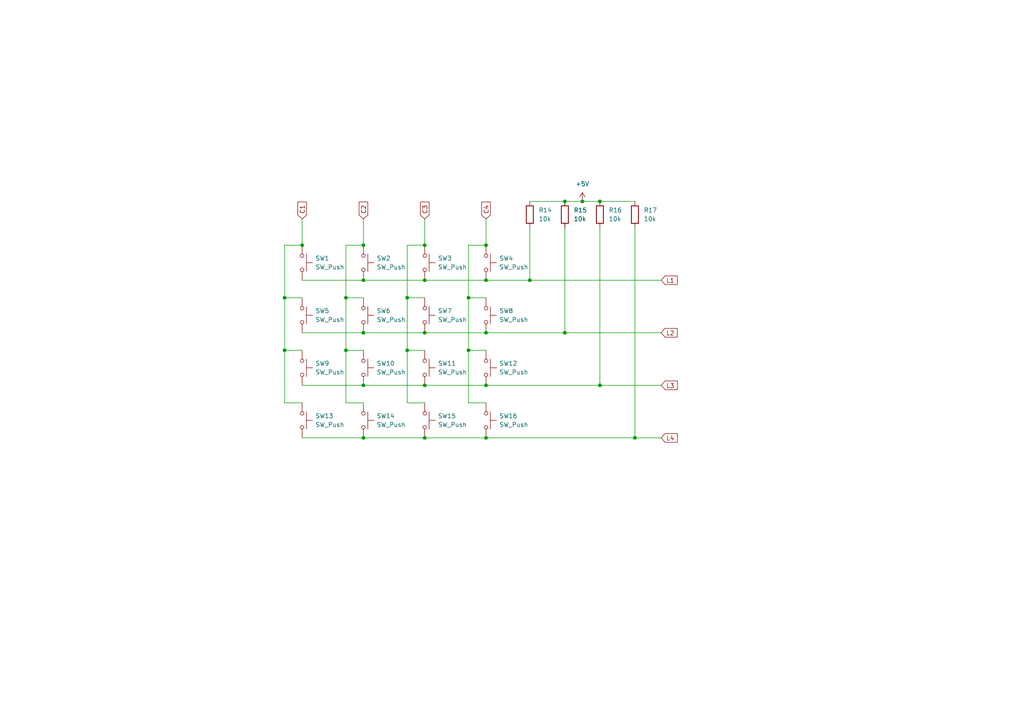
<source format=kicad_sch>
(kicad_sch (version 20231120) (generator "eeschema") (generator_version "8.0")
  (paper "A4")
  (lib_symbols
    (symbol "Device:R" (pin_numbers hide) (pin_names (offset 0))
      (property "Reference" "R" (at 2.032 0 90))
      (property "Value" "R" (at 0 0 90))
      (symbol "R_0_1"
        (rectangle (start -1.016 -2.54) (end 1.016 2.54) (stroke (width 0.254)))
      )
      (symbol "R_1_1"
        (pin passive line (at 0 3.81 270) (length 1.27) (name "~") (number "1"))
        (pin passive line (at 0 -3.81 90) (length 1.27) (name "~") (number "2"))
      )
    )
    (symbol "Switch:SW_Push" (pin_numbers hide) (pin_names (offset 1.016) hide)
      (property "Reference" "SW" (at 1.27 2.54 0))
      (property "Value" "SW_Push" (at 0 -1.524 0))
      (symbol "SW_Push_0_1"
        (circle (center -2.032 0) (radius 0.508))
        (polyline (pts (xy 0 1.27) (xy 0 3.048)))
        (polyline (pts (xy 2.54 1.27) (xy -2.54 1.27)))
        (circle (center 2.032 0) (radius 0.508))
        (pin passive line (at -5.08 0 0) (length 2.54) (name "1") (number "1"))
        (pin passive line (at 5.08 0 180) (length 2.54) (name "2") (number "2"))
      )
    )
    (symbol "power:+5V" (power) (pin_numbers hide) (pin_names (offset 0) hide)
      (property "Value" "+5V" (at 0 3.556 0))
      (symbol "+5V_0_1"
        (polyline (pts (xy -0.762 1.27) (xy 0 2.54)))
        (polyline (pts (xy 0 0) (xy 0 2.54)))
        (polyline (pts (xy 0 2.54) (xy 0.762 1.27)))
      )
      (symbol "+5V_1_1"
        (pin power_in line (at 0 0 90) (length 0) (name "~") (number "1"))
      )
    )
  )
  (junction (at 118.11 86.36))
  (junction (at 163.83 58.42))
  (junction (at 100.33 101.6))
  (junction (at 118.11 101.6))
  (junction (at 123.19 81.28))
  (junction (at 87.63 71.12))
  (junction (at 163.83 96.52))
  (junction (at 135.89 101.6))
  (junction (at 105.41 81.28))
  (junction (at 100.33 86.36))
  (junction (at 140.97 127))
  (junction (at 82.55 86.36))
  (junction (at 135.89 86.36))
  (junction (at 153.67 81.28))
  (junction (at 140.97 111.76))
  (junction (at 184.15 127))
  (junction (at 123.19 127))
  (junction (at 123.19 96.52))
  (junction (at 168.91 58.42))
  (junction (at 105.41 127))
  (junction (at 140.97 71.12))
  (junction (at 123.19 71.12))
  (junction (at 105.41 71.12))
  (junction (at 105.41 111.76))
  (junction (at 105.41 96.52))
  (junction (at 173.99 58.42))
  (junction (at 140.97 96.52))
  (junction (at 82.55 101.6))
  (junction (at 123.19 111.76))
  (junction (at 173.99 111.76))
  (junction (at 140.97 81.28))
  (wire (pts (xy 100.33 86.36) (xy 105.41 86.36)))
  (wire (pts (xy 163.83 58.42) (xy 168.91 58.42)))
  (wire (pts (xy 173.99 111.76) (xy 191.77 111.76)))
  (wire (pts (xy 140.97 86.36) (xy 135.89 86.36)))
  (wire (pts (xy 123.19 127) (xy 140.97 127)))
  (wire (pts (xy 123.19 96.52) (xy 140.97 96.52)))
  (wire (pts (xy 135.89 86.36) (xy 135.89 101.6)))
  (wire (pts (xy 82.55 86.36) (xy 87.63 86.36)))
  (wire (pts (xy 82.55 101.6) (xy 82.55 116.84)))
  (wire (pts (xy 163.83 66.04) (xy 163.83 96.52)))
  (wire (pts (xy 82.55 101.6) (xy 87.63 101.6)))
  (wire (pts (xy 163.83 96.52) (xy 191.77 96.52)))
  (wire (pts (xy 123.19 81.28) (xy 140.97 81.28)))
  (wire (pts (xy 123.19 63.5) (xy 123.19 71.12)))
  (wire (pts (xy 153.67 81.28) (xy 191.77 81.28)))
  (wire (pts (xy 82.55 86.36) (xy 82.55 101.6)))
  (wire (pts (xy 140.97 81.28) (xy 153.67 81.28)))
  (wire (pts (xy 135.89 71.12) (xy 135.89 86.36)))
  (wire (pts (xy 118.11 101.6) (xy 123.19 101.6)))
  (wire (pts (xy 123.19 111.76) (xy 140.97 111.76)))
  (wire (pts (xy 140.97 96.52) (xy 163.83 96.52)))
  (wire (pts (xy 184.15 66.04) (xy 184.15 127)))
  (wire (pts (xy 135.89 116.84) (xy 140.97 116.84)))
  (wire (pts (xy 140.97 127) (xy 184.15 127)))
  (wire (pts (xy 87.63 71.12) (xy 82.55 71.12)))
  (wire (pts (xy 140.97 63.5) (xy 140.97 71.12)))
  (wire (pts (xy 82.55 71.12) (xy 82.55 86.36)))
  (wire (pts (xy 100.33 116.84) (xy 105.41 116.84)))
  (wire (pts (xy 135.89 101.6) (xy 135.89 116.84)))
  (wire (pts (xy 105.41 96.52) (xy 123.19 96.52)))
  (wire (pts (xy 87.63 96.52) (xy 105.41 96.52)))
  (wire (pts (xy 87.63 127) (xy 105.41 127)))
  (wire (pts (xy 173.99 58.42) (xy 184.15 58.42)))
  (wire (pts (xy 100.33 101.6) (xy 105.41 101.6)))
  (wire (pts (xy 140.97 71.12) (xy 135.89 71.12)))
  (wire (pts (xy 105.41 111.76) (xy 123.19 111.76)))
  (wire (pts (xy 87.63 63.5) (xy 87.63 71.12)))
  (wire (pts (xy 153.67 66.04) (xy 153.67 81.28)))
  (wire (pts (xy 87.63 81.28) (xy 105.41 81.28)))
  (wire (pts (xy 105.41 63.5) (xy 105.41 71.12)))
  (wire (pts (xy 82.55 116.84) (xy 87.63 116.84)))
  (wire (pts (xy 105.41 71.12) (xy 100.33 71.12)))
  (wire (pts (xy 118.11 71.12) (xy 123.19 71.12)))
  (wire (pts (xy 100.33 101.6) (xy 100.33 116.84)))
  (wire (pts (xy 100.33 86.36) (xy 100.33 101.6)))
  (wire (pts (xy 100.33 71.12) (xy 100.33 86.36)))
  (wire (pts (xy 118.11 101.6) (xy 118.11 86.36)))
  (wire (pts (xy 135.89 101.6) (xy 140.97 101.6)))
  (wire (pts (xy 118.11 86.36) (xy 123.19 86.36)))
  (wire (pts (xy 105.41 127) (xy 123.19 127)))
  (wire (pts (xy 173.99 66.04) (xy 173.99 111.76)))
  (wire (pts (xy 123.19 116.84) (xy 118.11 116.84)))
  (wire (pts (xy 140.97 111.76) (xy 173.99 111.76)))
  (wire (pts (xy 87.63 111.76) (xy 105.41 111.76)))
  (wire (pts (xy 105.41 81.28) (xy 123.19 81.28)))
  (wire (pts (xy 184.15 127) (xy 191.77 127)))
  (wire (pts (xy 168.91 58.42) (xy 173.99 58.42)))
  (wire (pts (xy 118.11 86.36) (xy 118.11 71.12)))
  (wire (pts (xy 153.67 58.42) (xy 163.83 58.42)))
  (wire (pts (xy 118.11 116.84) (xy 118.11 101.6)))
  (global_label "C3" (shape input) (at 123.19 63.5 90) (property "Intersheetrefs" "${INTERSHEET_REFS}" (effects (hide yes))))
  (global_label "C4" (shape input) (at 140.97 63.5 90) (property "Intersheetrefs" "${INTERSHEET_REFS}" (effects (hide yes))))
  (global_label "C1" (shape input) (at 87.63 63.5 90) (property "Intersheetrefs" "${INTERSHEET_REFS}" (effects (hide yes))))
  (global_label "L4" (shape input) (at 191.77 127 0) (property "Intersheetrefs" "${INTERSHEET_REFS}" (effects (hide yes))))
  (global_label "L3" (shape input) (at 191.77 111.76 0) (property "Intersheetrefs" "${INTERSHEET_REFS}" (effects (hide yes))))
  (global_label "L1" (shape input) (at 191.77 81.28 0) (property "Intersheetrefs" "${INTERSHEET_REFS}" (effects (hide yes))))
  (global_label "C2" (shape input) (at 105.41 63.5 90) (property "Intersheetrefs" "${INTERSHEET_REFS}" (effects (hide yes))))
  (global_label "L2" (shape input) (at 191.77 96.52 0) (property "Intersheetrefs" "${INTERSHEET_REFS}" (effects (hide yes))))
  (symbol (lib_id "Switch:SW_Push") (at 140.97 121.92 270) (unit 1)
    (property "Reference" "SW16" (at 144.78 120.6499 90) (effects (justify left)))
    (property "Value" "SW_Push" (at 144.78 123.1899 90) (effects (justify left)))
    (property "Footprint" "Button_Switch_THT:SW_PUSH_6mm_H4.3mm" (effects (hide yes)))
    (property "Description" "Push button switch, generic, two pins" (effects (hide yes)))
  )
  (symbol (lib_id "Device:R") (at 153.67 62.23 0) (unit 1)
    (property "Reference" "R14" (at 156.21 60.9599 0) (effects (justify left)))
    (property "Value" "10k" (at 156.21 63.4999 0) (effects (justify left)))
    (property "Footprint" "Resistor_SMD:R_1206_3216Metric_Pad1.30x1.75mm_HandSolder" (effects (hide yes)))
    (property "Description" "Resistor" (effects (hide yes)))
  )
  (symbol (lib_id "Switch:SW_Push") (at 105.41 106.68 270) (unit 1)
    (property "Reference" "SW10" (at 109.22 105.4099 90) (effects (justify left)))
    (property "Value" "SW_Push" (at 109.22 107.9499 90) (effects (justify left)))
    (property "Footprint" "Button_Switch_THT:SW_PUSH_6mm_H4.3mm" (effects (hide yes)))
    (property "Description" "Push button switch, generic, two pins" (effects (hide yes)))
  )
  (symbol (lib_id "Switch:SW_Push") (at 105.41 91.44 270) (unit 1)
    (property "Reference" "SW6" (at 109.22 90.1699 90) (effects (justify left)))
    (property "Value" "SW_Push" (at 109.22 92.7099 90) (effects (justify left)))
    (property "Footprint" "Button_Switch_THT:SW_PUSH_6mm_H4.3mm" (effects (hide yes)))
    (property "Description" "Push button switch, generic, two pins" (effects (hide yes)))
  )
  (symbol (lib_id "Switch:SW_Push") (at 87.63 76.2 270) (unit 1)
    (property "Reference" "SW1" (at 91.44 74.9299 90) (effects (justify left)))
    (property "Value" "SW_Push" (at 91.44 77.4699 90) (effects (justify left)))
    (property "Footprint" "Button_Switch_THT:SW_PUSH_6mm_H4.3mm" (effects (hide yes)))
    (property "Description" "Push button switch, generic, two pins" (effects (hide yes)))
  )
  (symbol (lib_id "Device:R") (at 163.83 62.23 0) (unit 1)
    (property "Reference" "R15" (at 166.37 60.9599 0) (effects (justify left)))
    (property "Value" "10k" (at 166.37 63.4999 0) (effects (justify left)))
    (property "Footprint" "Resistor_SMD:R_1206_3216Metric_Pad1.30x1.75mm_HandSolder" (effects (hide yes)))
    (property "Description" "Resistor" (effects (hide yes)))
  )
  (symbol (lib_id "Switch:SW_Push") (at 140.97 91.44 270) (unit 1)
    (property "Reference" "SW8" (at 144.78 90.1699 90) (effects (justify left)))
    (property "Value" "SW_Push" (at 144.78 92.7099 90) (effects (justify left)))
    (property "Footprint" "Button_Switch_THT:SW_PUSH_6mm_H4.3mm" (effects (hide yes)))
    (property "Description" "Push button switch, generic, two pins" (effects (hide yes)))
  )
  (symbol (lib_id "Device:R") (at 184.15 62.23 0) (unit 1)
    (property "Reference" "R17" (at 186.69 60.9599 0) (effects (justify left)))
    (property "Value" "10k" (at 186.69 63.4999 0) (effects (justify left)))
    (property "Footprint" "Resistor_SMD:R_1206_3216Metric_Pad1.30x1.75mm_HandSolder" (effects (hide yes)))
    (property "Description" "Resistor" (effects (hide yes)))
  )
  (symbol (lib_id "Switch:SW_Push") (at 87.63 106.68 270) (unit 1)
    (property "Reference" "SW9" (at 91.44 105.4099 90) (effects (justify left)))
    (property "Value" "SW_Push" (at 91.44 107.9499 90) (effects (justify left)))
    (property "Footprint" "Button_Switch_THT:SW_PUSH_6mm_H4.3mm" (effects (hide yes)))
    (property "Description" "Push button switch, generic, two pins" (effects (hide yes)))
  )
  (symbol (lib_id "Switch:SW_Push") (at 123.19 121.92 270) (unit 1)
    (property "Reference" "SW15" (at 127 120.6499 90) (effects (justify left)))
    (property "Value" "SW_Push" (at 127 123.1899 90) (effects (justify left)))
    (property "Footprint" "Button_Switch_THT:SW_PUSH_6mm_H4.3mm" (effects (hide yes)))
    (property "Description" "Push button switch, generic, two pins" (effects (hide yes)))
  )
  (symbol (lib_id "Switch:SW_Push") (at 87.63 91.44 270) (unit 1)
    (property "Reference" "SW5" (at 91.44 90.1699 90) (effects (justify left)))
    (property "Value" "SW_Push" (at 91.44 92.7099 90) (effects (justify left)))
    (property "Footprint" "Button_Switch_THT:SW_PUSH_6mm_H4.3mm" (effects (hide yes)))
    (property "Description" "Push button switch, generic, two pins" (effects (hide yes)))
  )
  (symbol (lib_id "Switch:SW_Push") (at 123.19 106.68 270) (unit 1)
    (property "Reference" "SW11" (at 127 105.4099 90) (effects (justify left)))
    (property "Value" "SW_Push" (at 127 107.9499 90) (effects (justify left)))
    (property "Footprint" "Button_Switch_THT:SW_PUSH_6mm_H4.3mm" (effects (hide yes)))
    (property "Description" "Push button switch, generic, two pins" (effects (hide yes)))
  )
  (symbol (lib_id "Switch:SW_Push") (at 105.41 76.2 270) (unit 1)
    (property "Reference" "SW2" (at 109.22 74.9299 90) (effects (justify left)))
    (property "Value" "SW_Push" (at 109.22 77.4699 90) (effects (justify left)))
    (property "Footprint" "Button_Switch_THT:SW_PUSH_6mm_H4.3mm" (effects (hide yes)))
    (property "Description" "Push button switch, generic, two pins" (effects (hide yes)))
  )
  (symbol (lib_id "Switch:SW_Push") (at 140.97 106.68 270) (unit 1)
    (property "Reference" "SW12" (at 144.78 105.4099 90) (effects (justify left)))
    (property "Value" "SW_Push" (at 144.78 107.9499 90) (effects (justify left)))
    (property "Footprint" "Button_Switch_THT:SW_PUSH_6mm_H4.3mm" (effects (hide yes)))
    (property "Description" "Push button switch, generic, two pins" (effects (hide yes)))
  )
  (symbol (lib_id "Switch:SW_Push") (at 123.19 76.2 270) (unit 1)
    (property "Reference" "SW3" (at 127 74.9299 90) (effects (justify left)))
    (property "Value" "SW_Push" (at 127 77.4699 90) (effects (justify left)))
    (property "Footprint" "Button_Switch_THT:SW_PUSH_6mm_H4.3mm" (effects (hide yes)))
    (property "Description" "Push button switch, generic, two pins" (effects (hide yes)))
  )
  (symbol (lib_id "Device:R") (at 173.99 62.23 0) (unit 1)
    (property "Reference" "R16" (at 176.53 60.9599 0) (effects (justify left)))
    (property "Value" "10k" (at 176.53 63.4999 0) (effects (justify left)))
    (property "Footprint" "Resistor_SMD:R_1206_3216Metric_Pad1.30x1.75mm_HandSolder" (effects (hide yes)))
    (property "Description" "Resistor" (effects (hide yes)))
  )
  (symbol (lib_id "Switch:SW_Push") (at 87.63 121.92 270) (unit 1)
    (property "Reference" "SW13" (at 91.44 120.6499 90) (effects (justify left)))
    (property "Value" "SW_Push" (at 91.44 123.1899 90) (effects (justify left)))
    (property "Footprint" "Button_Switch_THT:SW_PUSH_6mm_H4.3mm" (effects (hide yes)))
    (property "Description" "Push button switch, generic, two pins" (effects (hide yes)))
  )
  (symbol (lib_id "power:+5V") (at 168.91 58.42 0) (unit 1)
    (property "Reference" "#PWR032" (effects (hide yes)))
    (property "Value" "+5V" (at 168.91 53.34 0))
    (property "Description" "Power symbol creates a global label with name \"+5V\"" (effects (hide yes)))
  )
  (symbol (lib_id "Switch:SW_Push") (at 140.97 76.2 270) (unit 1)
    (property "Reference" "SW4" (at 144.78 74.9299 90) (effects (justify left)))
    (property "Value" "SW_Push" (at 144.78 77.4699 90) (effects (justify left)))
    (property "Footprint" "Button_Switch_THT:SW_PUSH_6mm_H4.3mm" (effects (hide yes)))
    (property "Description" "Push button switch, generic, two pins" (effects (hide yes)))
  )
  (symbol (lib_id "Switch:SW_Push") (at 123.19 91.44 270) (unit 1)
    (property "Reference" "SW7" (at 127 90.1699 90) (effects (justify left)))
    (property "Value" "SW_Push" (at 127 92.7099 90) (effects (justify left)))
    (property "Footprint" "Button_Switch_THT:SW_PUSH_6mm_H4.3mm" (effects (hide yes)))
    (property "Description" "Push button switch, generic, two pins" (effects (hide yes)))
  )
  (symbol (lib_id "Switch:SW_Push") (at 105.41 121.92 270) (unit 1)
    (property "Reference" "SW14" (at 109.22 120.6499 90) (effects (justify left)))
    (property "Value" "SW_Push" (at 109.22 123.1899 90) (effects (justify left)))
    (property "Footprint" "Button_Switch_THT:SW_PUSH_6mm_H4.3mm" (effects (hide yes)))
    (property "Description" "Push button switch, generic, two pins" (effects (hide yes)))
  )
)
</source>
